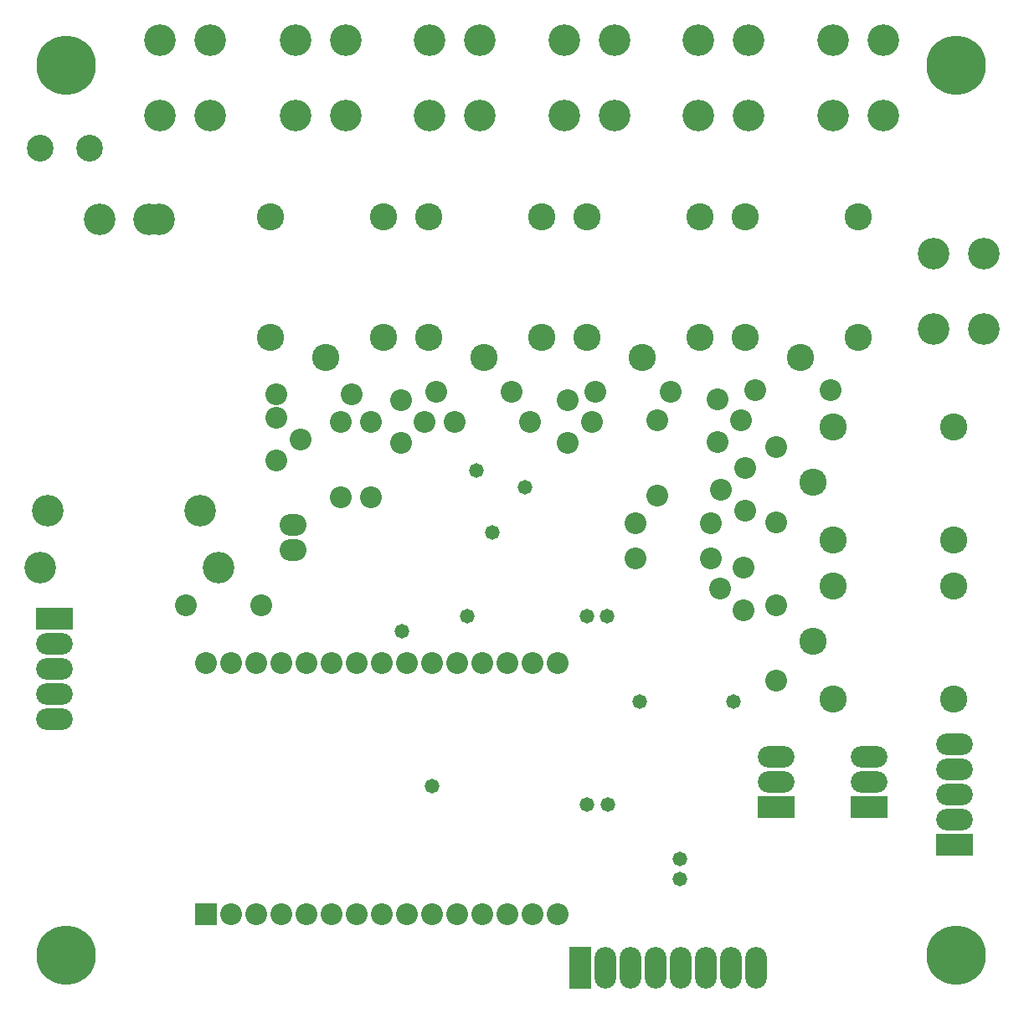
<source format=gbr>
G04*
G04 #@! TF.GenerationSoftware,Altium Limited,Altium Designer,24.3.1 (35)*
G04*
G04 Layer_Color=16711935*
%FSLAX25Y25*%
%MOIN*%
G70*
G04*
G04 #@! TF.SameCoordinates,1CC19C7B-97DE-4EE6-9EAD-702A75026B31*
G04*
G04*
G04 #@! TF.FilePolarity,Negative*
G04*
G01*
G75*
%ADD23C,0.12611*%
%ADD24C,0.08674*%
%ADD25R,0.08674X0.08674*%
%ADD26C,0.10800*%
%ADD27O,0.10642X0.08674*%
%ADD28O,0.14580X0.08674*%
%ADD29R,0.14580X0.08674*%
%ADD30O,0.08674X0.16548*%
%ADD31R,0.08674X0.16548*%
%ADD32O,0.08674X0.16548*%
%ADD33C,0.10642*%
%ADD34C,0.23635*%
%ADD35C,0.05800*%
%ADD36C,0.04737*%
D23*
X9378Y173917D02*
D03*
X80244D02*
D03*
X33000Y312500D02*
D03*
X56622D02*
D03*
X385000Y299000D02*
D03*
Y269000D02*
D03*
X365000Y299000D02*
D03*
Y269000D02*
D03*
X12528Y196752D02*
D03*
X73157D02*
D03*
X33000Y312500D02*
D03*
X52685D02*
D03*
X77000Y384000D02*
D03*
Y354000D02*
D03*
X57000Y384000D02*
D03*
Y354000D02*
D03*
X131000Y384000D02*
D03*
Y354000D02*
D03*
X111000Y384000D02*
D03*
Y354000D02*
D03*
X184500Y384000D02*
D03*
Y354000D02*
D03*
X164500Y384000D02*
D03*
Y354000D02*
D03*
X238000Y384000D02*
D03*
Y354000D02*
D03*
X218000Y384000D02*
D03*
Y354000D02*
D03*
X291500Y384000D02*
D03*
Y354000D02*
D03*
X271500Y384000D02*
D03*
Y354000D02*
D03*
X345000Y384000D02*
D03*
Y354000D02*
D03*
X325000Y384000D02*
D03*
Y354000D02*
D03*
D24*
X215500Y136000D02*
D03*
X205500D02*
D03*
X195500D02*
D03*
X185500D02*
D03*
X175500D02*
D03*
X165500D02*
D03*
X155500D02*
D03*
X145500D02*
D03*
X135500D02*
D03*
X125500D02*
D03*
X115500D02*
D03*
X105500D02*
D03*
X95500D02*
D03*
X85500D02*
D03*
X75500D02*
D03*
X215500Y36000D02*
D03*
X205500D02*
D03*
X195500D02*
D03*
X185500D02*
D03*
X175500D02*
D03*
X165500D02*
D03*
X155500D02*
D03*
X145500D02*
D03*
X135500D02*
D03*
X125500D02*
D03*
X115500D02*
D03*
X105500D02*
D03*
X95500D02*
D03*
X85500D02*
D03*
X289500Y174000D02*
D03*
X280000Y165500D02*
D03*
X289500Y157000D02*
D03*
X302500Y159000D02*
D03*
Y129000D02*
D03*
X276500Y177500D02*
D03*
X246500D02*
D03*
X103500Y233500D02*
D03*
X113000Y225000D02*
D03*
X103500Y216500D02*
D03*
X133500Y243000D02*
D03*
X103500D02*
D03*
X129000Y202000D02*
D03*
Y232000D02*
D03*
X153000Y240500D02*
D03*
X162500Y232000D02*
D03*
X153000Y223500D02*
D03*
X141000Y202000D02*
D03*
Y232000D02*
D03*
X197000Y244000D02*
D03*
X167000D02*
D03*
X174500Y232000D02*
D03*
X204500D02*
D03*
X219500Y240500D02*
D03*
X229000Y232000D02*
D03*
X219500Y223500D02*
D03*
X260500Y244000D02*
D03*
X230500D02*
D03*
X255000Y202500D02*
D03*
Y232500D02*
D03*
X279000Y241000D02*
D03*
X288500Y232500D02*
D03*
X279000Y224000D02*
D03*
X324000Y244500D02*
D03*
X294000D02*
D03*
X246500Y191500D02*
D03*
X276500D02*
D03*
X302500Y192000D02*
D03*
Y222000D02*
D03*
X290000Y196500D02*
D03*
X280500Y205000D02*
D03*
X290000Y213500D02*
D03*
X67500Y159000D02*
D03*
X97500D02*
D03*
D25*
X75500Y36000D02*
D03*
D26*
X325000Y166500D02*
D03*
Y121500D02*
D03*
X317000Y144500D02*
D03*
X373000Y166500D02*
D03*
Y121500D02*
D03*
Y185000D02*
D03*
Y230000D02*
D03*
X317000Y208000D02*
D03*
X325000Y185000D02*
D03*
Y230000D02*
D03*
X146000Y313500D02*
D03*
X101000D02*
D03*
X123000Y257500D02*
D03*
X146000Y265500D02*
D03*
X101000D02*
D03*
X209000Y313500D02*
D03*
X164000D02*
D03*
X186000Y257500D02*
D03*
X209000Y265500D02*
D03*
X164000D02*
D03*
X272000Y313500D02*
D03*
X227000D02*
D03*
X249000Y257500D02*
D03*
X272000Y265500D02*
D03*
X227000D02*
D03*
X335000Y313500D02*
D03*
X290000D02*
D03*
X312000Y257500D02*
D03*
X335000Y265500D02*
D03*
X290000D02*
D03*
D27*
X110000Y181000D02*
D03*
Y191000D02*
D03*
D28*
X373500Y73500D02*
D03*
Y83500D02*
D03*
Y93500D02*
D03*
Y103500D02*
D03*
X339500Y88500D02*
D03*
Y98500D02*
D03*
X302500Y88500D02*
D03*
Y98500D02*
D03*
X15000Y143500D02*
D03*
Y133500D02*
D03*
Y123500D02*
D03*
Y113500D02*
D03*
D29*
X373500Y63500D02*
D03*
X339500Y78500D02*
D03*
X302500D02*
D03*
X15000Y153500D02*
D03*
D30*
X264500Y14500D02*
D03*
X244500D02*
D03*
X254500D02*
D03*
X284500D02*
D03*
X274500D02*
D03*
X294500D02*
D03*
D31*
X224500D02*
D03*
D32*
X234500D02*
D03*
D33*
X9315Y341000D02*
D03*
X29000D02*
D03*
D34*
X19685Y19685D02*
D03*
Y374016D02*
D03*
X374016D02*
D03*
Y19685D02*
D03*
D35*
X165500Y87000D02*
D03*
X264000Y58000D02*
D03*
Y50000D02*
D03*
X285500Y120500D02*
D03*
X248000D02*
D03*
X235500Y79500D02*
D03*
X227000D02*
D03*
X235000Y154500D02*
D03*
X227000D02*
D03*
X189500Y188000D02*
D03*
X183000Y212500D02*
D03*
X153500Y148500D02*
D03*
X179500Y154750D02*
D03*
X202500Y205800D02*
D03*
D36*
X25810Y13560D02*
D03*
X13560D02*
D03*
X11024Y19685D02*
D03*
X13560Y25810D02*
D03*
X26006Y25908D02*
D03*
X28543Y19783D02*
D03*
X19685Y11024D02*
D03*
Y28346D02*
D03*
X25810Y367891D02*
D03*
X13560D02*
D03*
X11024Y374016D02*
D03*
X13560Y380140D02*
D03*
X26006Y380239D02*
D03*
X28543Y374114D02*
D03*
X19685Y365354D02*
D03*
Y382677D02*
D03*
X380140Y367891D02*
D03*
X367891D02*
D03*
X365354Y374016D02*
D03*
X367891Y380140D02*
D03*
X380337Y380239D02*
D03*
X382874Y374114D02*
D03*
X374016Y365354D02*
D03*
Y382677D02*
D03*
X380140Y13560D02*
D03*
X367891D02*
D03*
X365354Y19685D02*
D03*
X367891Y25810D02*
D03*
X380337Y25908D02*
D03*
X382874Y19783D02*
D03*
X374016Y11024D02*
D03*
Y28346D02*
D03*
M02*

</source>
